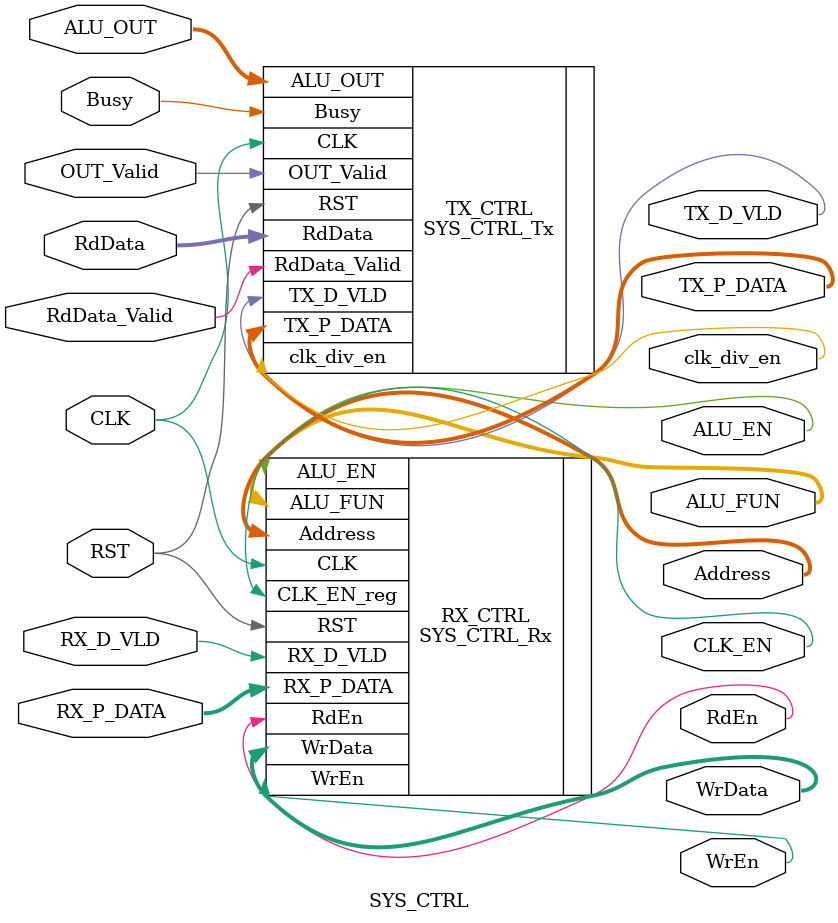
<source format=v>
module SYS_CTRL
(
	input   wire   [15:0]  ALU_OUT      ,
	input   wire           OUT_Valid    ,

	input   wire   [7:0]   RdData       ,
	input   wire           RdData_Valid ,

	input   wire   [7:0]   RX_P_DATA    ,
	input   wire           RX_D_VLD     ,

	input   wire           Busy         ,

	input   wire           CLK          ,
	input   wire           RST          ,

    
    output  wire           ALU_EN       ,
    output  wire   [3:0]   ALU_FUN      ,
    output  wire           CLK_EN       ,

    output  wire   [3:0]   Address      ,
    output  wire           RdEn         ,
    output  wire           WrEn         ,
    output  wire   [7:0]   WrData       ,

    output  wire   [7:0]   TX_P_DATA    ,
    output  wire           TX_D_VLD     ,

    output  wire           clk_div_en
);


SYS_CTRL_Tx TX_CTRL (
	.ALU_OUT      (ALU_OUT)      ,
	.OUT_Valid    (OUT_Valid)    ,
	.RdData       (RdData)       ,
	.RdData_Valid (RdData_Valid) ,
	.Busy         (Busy)         ,
	.CLK          (CLK)          ,
	.RST          (RST)          ,

	.TX_P_DATA    (TX_P_DATA)    ,
	.TX_D_VLD     (TX_D_VLD)     ,
	.clk_div_en   (clk_div_en)
);


SYS_CTRL_Rx RX_CTRL (
	.RX_P_DATA  (RX_P_DATA) ,
	.RX_D_VLD   (RX_D_VLD)  ,
	.CLK        (CLK)    ,
	.RST        (RST)       ,

	.ALU_EN     (ALU_EN)    ,
	.ALU_FUN    (ALU_FUN)   ,
	.CLK_EN_reg (CLK_EN)    ,
	.Address    (Address)   ,
	.RdEn       (RdEn)      ,
	.WrEn       (WrEn)      ,
	.WrData     (WrData)
);


endmodule
</source>
